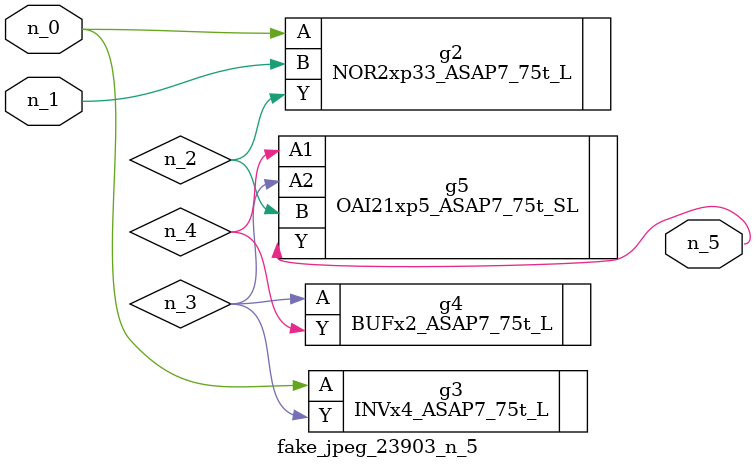
<source format=v>
module fake_jpeg_23903_n_5 (n_0, n_1, n_5);

input n_0;
input n_1;

output n_5;

wire n_2;
wire n_3;
wire n_4;

NOR2xp33_ASAP7_75t_L g2 ( 
.A(n_0),
.B(n_1),
.Y(n_2)
);

INVx4_ASAP7_75t_L g3 ( 
.A(n_0),
.Y(n_3)
);

BUFx2_ASAP7_75t_L g4 ( 
.A(n_3),
.Y(n_4)
);

OAI21xp5_ASAP7_75t_SL g5 ( 
.A1(n_4),
.A2(n_3),
.B(n_2),
.Y(n_5)
);


endmodule
</source>
